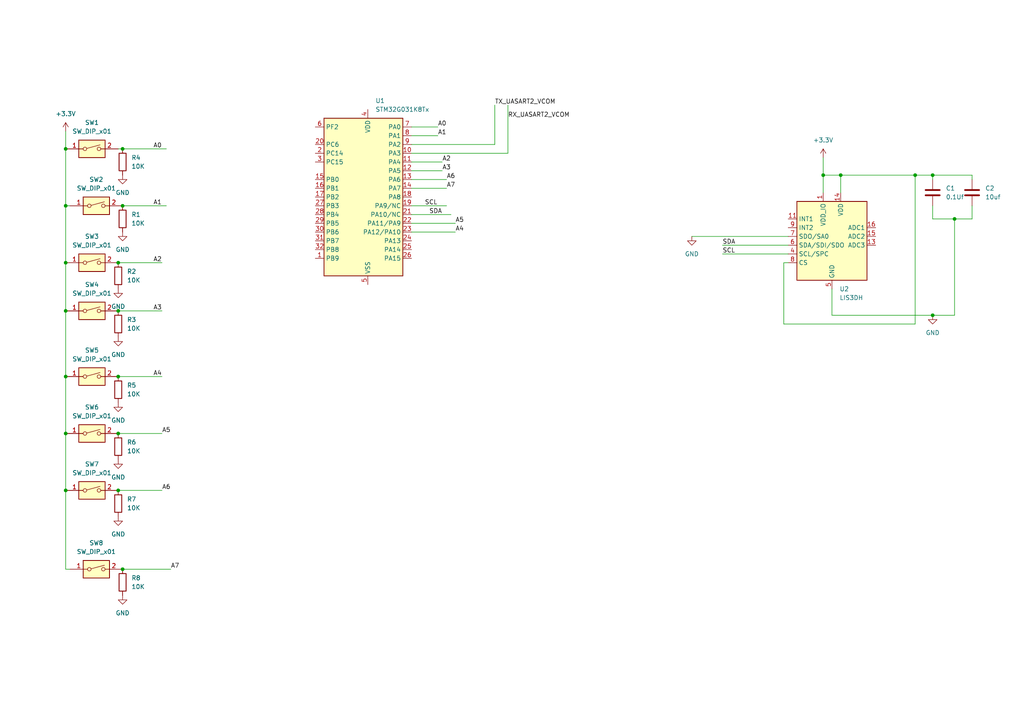
<source format=kicad_sch>
(kicad_sch (version 20230121) (generator eeschema)
  (paper "A4")
  (title_block (title "STM32 Firsst Board") (date "2024-02-26") (rev "0.0.1") (company "NAIT") (comment 1 "Brandon Carpenter"))
  (lib_symbols
    (symbol "Device:C" (pin_numbers hide) (pin_names (offset 0.254))
      (property "Reference" "C" (at 0.635 2.54 0))
      (property "Value" "C" (at 0.635 -2.54 0))
      (symbol "C_0_1"
        (polyline (pts (xy -2.032 -0.762) (xy 2.032 -0.762)) (stroke (width 0.508)))
        (polyline (pts (xy -2.032 0.762) (xy 2.032 0.762)) (stroke (width 0.508)))
      )
      (symbol "C_1_1"
        (pin passive line (at 0 3.81 270) (length 2.794) (name "~") (number "1"))
        (pin passive line (at 0 -3.81 90) (length 2.794) (name "~") (number "2"))
      )
    )
    (symbol "Device:R" (pin_numbers hide) (pin_names (offset 0))
      (property "Reference" "R" (at 2.032 0 90))
      (property "Value" "R" (at 0 0 90))
      (symbol "R_0_1"
        (rectangle (start -1.016 -2.54) (end 1.016 2.54) (stroke (width 0.254)))
      )
      (symbol "R_1_1"
        (pin passive line (at 0 3.81 270) (length 1.27) (name "~") (number "1"))
        (pin passive line (at 0 -3.81 90) (length 1.27) (name "~") (number "2"))
      )
    )
    (symbol "MCU_ST_STM32G0:STM32G031K8Tx"
      (property "Reference" "U" (at -10.16 24.13 0))
      (property "Value" "STM32G031K8Tx" (at 5.08 24.13 0))
      (symbol "STM32G031K8Tx_0_1"
        (rectangle (start -10.16 -22.86) (end 12.7 22.86) (stroke (width 0.254)) (fill (type background)))
      )
      (symbol "STM32G031K8Tx_1_1"
        (pin bidirectional line (at -12.7 -17.78 0) (length 2.54) (name "PB9") (number "1"))
        (pin bidirectional line (at 15.24 12.7 180) (length 2.54) (name "PA3") (number "10"))
        (pin bidirectional line (at 15.24 10.16 180) (length 2.54) (name "PA4") (number "11"))
        (pin bidirectional line (at 15.24 7.62 180) (length 2.54) (name "PA5") (number "12"))
        (pin bidirectional line (at 15.24 5.08 180) (length 2.54) (name "PA6") (number "13"))
        (pin bidirectional line (at 15.24 2.54 180) (length 2.54) (name "PA7") (number "14"))
        (pin bidirectional line (at -12.7 5.08 0) (length 2.54) (name "PB0") (number "15"))
        (pin bidirectional line (at -12.7 2.54 0) (length 2.54) (name "PB1") (number "16"))
        (pin bidirectional line (at -12.7 0 0) (length 2.54) (name "PB2") (number "17"))
        (pin bidirectional line (at 15.24 0 180) (length 2.54) (name "PA8") (number "18"))
        (pin bidirectional line (at 15.24 -2.54 180) (length 2.54) (name "PA9/NC") (number "19"))
        (pin bidirectional line (at -12.7 12.7 0) (length 2.54) (name "PC14") (number "2"))
        (pin bidirectional line (at -12.7 15.24 0) (length 2.54) (name "PC6") (number "20"))
        (pin bidirectional line (at 15.24 -5.08 180) (length 2.54) (name "PA10/NC") (number "21"))
        (pin bidirectional line (at 15.24 -7.62 180) (length 2.54) (name "PA11/PA9") (number "22"))
        (pin bidirectional line (at 15.24 -10.16 180) (length 2.54) (name "PA12/PA10") (number "23"))
        (pin bidirectional line (at 15.24 -12.7 180) (length 2.54) (name "PA13") (number "24"))
        (pin bidirectional line (at 15.24 -15.24 180) (length 2.54) (name "PA14") (number "25"))
        (pin bidirectional line (at 15.24 -17.78 180) (length 2.54) (name "PA15") (number "26"))
        (pin bidirectional line (at -12.7 -2.54 0) (length 2.54) (name "PB3") (number "27"))
        (pin bidirectional line (at -12.7 -5.08 0) (length 2.54) (name "PB4") (number "28"))
        (pin bidirectional line (at -12.7 -7.62 0) (length 2.54) (name "PB5") (number "29"))
        (pin bidirectional line (at -12.7 10.16 0) (length 2.54) (name "PC15") (number "3"))
        (pin bidirectional line (at -12.7 -10.16 0) (length 2.54) (name "PB6") (number "30"))
        (pin bidirectional line (at -12.7 -12.7 0) (length 2.54) (name "PB7") (number "31"))
        (pin bidirectional line (at -12.7 -15.24 0) (length 2.54) (name "PB8") (number "32"))
        (pin power_in line (at 2.54 25.4 270) (length 2.54) (name "VDD") (number "4"))
        (pin power_in line (at 2.54 -25.4 90) (length 2.54) (name "VSS") (number "5"))
        (pin bidirectional line (at -12.7 20.32 0) (length 2.54) (name "PF2") (number "6"))
        (pin bidirectional line (at 15.24 20.32 180) (length 2.54) (name "PA0") (number "7"))
        (pin bidirectional line (at 15.24 17.78 180) (length 2.54) (name "PA1") (number "8"))
        (pin bidirectional line (at 15.24 15.24 180) (length 2.54) (name "PA2") (number "9"))
      )
    )
    (symbol "Sensor_Motion:LIS3DH"
      (property "Reference" "U" (at -7.62 11.43 0))
      (property "Value" "LIS3DH" (at 6.35 11.43 0))
      (symbol "LIS3DH_0_1"
        (rectangle (start -10.16 10.16) (end 10.16 -12.7) (stroke (width 0.254)) (fill (type background)))
      )
      (symbol "LIS3DH_1_1"
        (pin power_in line (at -2.54 12.7 270) (length 2.54) (name "VDD_IO") (number "1"))
        (pin passive line (at 0 -15.24 90) (length 2.54) hide (name "GND") (number "10"))
        (pin output line (at -12.7 5.08 0) (length 2.54) (name "INT1") (number "11"))
        (pin passive line (at 0 -15.24 90) (length 2.54) hide (name "GND") (number "12"))
        (pin input line (at 12.7 -2.54 180) (length 2.54) (name "ADC3") (number "13"))
        (pin power_in line (at 2.54 12.7 270) (length 2.54) (name "VDD") (number "14"))
        (pin input line (at 12.7 0 180) (length 2.54) (name "ADC2") (number "15"))
        (pin input line (at 12.7 2.54 180) (length 2.54) (name "ADC1") (number "16"))
        (pin no_connect line (at 10.16 5.08 180) (length 2.54) hide (name "NC") (number "2"))
        (pin no_connect line (at 10.16 7.62 180) (length 2.54) hide (name "NC") (number "3"))
        (pin input line (at -12.7 -5.08 0) (length 2.54) (name "SCL/SPC") (number "4"))
        (pin power_in line (at 0 -15.24 90) (length 2.54) (name "GND") (number "5"))
        (pin bidirectional line (at -12.7 -2.54 0) (length 2.54) (name "SDA/SDI/SDO") (number "6"))
        (pin bidirectional line (at -12.7 0 0) (length 2.54) (name "SDO/SA0") (number "7"))
        (pin input line (at -12.7 -7.62 0) (length 2.54) (name "CS") (number "8"))
        (pin output line (at -12.7 2.54 0) (length 2.54) (name "INT2") (number "9"))
      )
    )
    (symbol "Switch:SW_DIP_x01" (pin_names (offset 0) hide)
      (property "Reference" "SW" (at 0 3.81 0))
      (property "Value" "SW_DIP_x01" (at 0 -3.81 0))
      (symbol "SW_DIP_x01_0_0"
        (circle (center -2.032 0) (radius 0.508))
        (polyline (pts (xy -1.524 0.127) (xy 2.3622 1.1684)))
        (circle (center 2.032 0) (radius 0.508))
      )
      (symbol "SW_DIP_x01_0_1"
        (rectangle (start -3.81 2.54) (end 3.81 -2.54) (stroke (width 0.254)) (fill (type background)))
      )
      (symbol "SW_DIP_x01_1_1"
        (pin passive line (at -7.62 0 0) (length 5.08) (name "~") (number "1"))
        (pin passive line (at 7.62 0 180) (length 5.08) (name "~") (number "2"))
      )
    )
    (symbol "power:+3.3V" (power) (pin_names (offset 0))
      (property "Value" "+3.3V" (at 0 3.556 0))
      (symbol "+3.3V_0_1"
        (polyline (pts (xy -0.762 1.27) (xy 0 2.54)))
        (polyline (pts (xy 0 0) (xy 0 2.54)))
        (polyline (pts (xy 0 2.54) (xy 0.762 1.27)))
      )
      (symbol "+3.3V_1_1"
        (pin power_in line (at 0 0 90) (length 0) hide (name "+3.3V") (number "1"))
      )
    )
    (symbol "power:GND" (power) (pin_names (offset 0))
      (property "Value" "GND" (at 0 -3.81 0))
      (symbol "GND_0_1"
        (polyline (pts (xy 0 0) (xy 0 -1.27) (xy 1.27 -1.27) (xy 0 -2.54) (xy -1.27 -1.27) (xy 0 -1.27)))
      )
      (symbol "GND_1_1"
        (pin power_in line (at 0 0 270) (length 0) hide (name "GND") (number "1"))
      )
    )
  )
  (junction (at 34.29 125.73))
  (junction (at 19.05 125.73))
  (junction (at 19.05 76.2))
  (junction (at 19.05 109.22))
  (junction (at 35.56 59.69))
  (junction (at 270.51 50.8))
  (junction (at 34.29 90.17))
  (junction (at 34.29 109.22))
  (junction (at 34.29 76.2))
  (junction (at 270.51 91.44))
  (junction (at 34.29 142.24))
  (junction (at 35.56 165.1))
  (junction (at 243.84 50.8))
  (junction (at 19.05 90.17))
  (junction (at 265.43 50.8))
  (junction (at 35.56 43.18))
  (junction (at 19.05 142.24))
  (junction (at 19.05 43.18))
  (junction (at 19.05 59.69))
  (junction (at 238.76 50.8))
  (junction (at 276.86 63.5))
  (wire (pts (xy 270.51 50.8) (xy 281.94 50.8)))
  (wire (pts (xy 227.33 93.98) (xy 227.33 76.2)))
  (wire (pts (xy 119.38 64.77) (xy 132.08 64.77)))
  (wire (pts (xy 19.05 43.18) (xy 19.05 59.69)))
  (wire (pts (xy 34.29 43.18) (xy 35.56 43.18)))
  (wire (pts (xy 270.51 63.5) (xy 276.86 63.5)))
  (wire (pts (xy 34.29 76.2) (xy 46.99 76.2)))
  (wire (pts (xy 119.38 52.07) (xy 129.54 52.07)))
  (wire (pts (xy 241.3 91.44) (xy 241.3 83.82)))
  (wire (pts (xy 209.55 73.66) (xy 228.6 73.66)))
  (wire (pts (xy 143.51 30.48) (xy 143.51 41.91)))
  (wire (pts (xy 243.84 50.8) (xy 265.43 50.8)))
  (wire (pts (xy 265.43 50.8) (xy 270.51 50.8)))
  (wire (pts (xy 119.38 41.91) (xy 143.51 41.91)))
  (wire (pts (xy 270.51 59.69) (xy 270.51 63.5)))
  (wire (pts (xy 35.56 59.69) (xy 48.26 59.69)))
  (wire (pts (xy 34.29 109.22) (xy 46.99 109.22)))
  (wire (pts (xy 34.29 125.73) (xy 46.99 125.73)))
  (wire (pts (xy 119.38 59.69) (xy 129.54 59.69)))
  (wire (pts (xy 19.05 38.1) (xy 19.05 43.18)))
  (wire (pts (xy 19.05 59.69) (xy 19.05 76.2)))
  (wire (pts (xy 119.38 44.45) (xy 147.32 44.45)))
  (wire (pts (xy 281.94 50.8) (xy 281.94 52.07)))
  (wire (pts (xy 119.38 39.37) (xy 127 39.37)))
  (wire (pts (xy 19.05 142.24) (xy 19.05 165.1)))
  (wire (pts (xy 281.94 63.5) (xy 276.86 63.5)))
  (wire (pts (xy 119.38 54.61) (xy 129.54 54.61)))
  (wire (pts (xy 200.66 68.58) (xy 228.6 68.58)))
  (wire (pts (xy 243.84 50.8) (xy 238.76 50.8)))
  (wire (pts (xy 20.32 165.1) (xy 19.05 165.1)))
  (wire (pts (xy 19.05 109.22) (xy 19.05 125.73)))
  (wire (pts (xy 34.29 90.17) (xy 46.99 90.17)))
  (wire (pts (xy 227.33 76.2) (xy 228.6 76.2)))
  (wire (pts (xy 119.38 49.53) (xy 128.27 49.53)))
  (wire (pts (xy 238.76 50.8) (xy 238.76 55.88)))
  (wire (pts (xy 35.56 165.1) (xy 49.53 165.1)))
  (wire (pts (xy 19.05 90.17) (xy 19.05 109.22)))
  (wire (pts (xy 281.94 59.69) (xy 281.94 63.5)))
  (wire (pts (xy 238.76 45.72) (xy 238.76 50.8)))
  (wire (pts (xy 119.38 62.23) (xy 130.81 62.23)))
  (wire (pts (xy 119.38 46.99) (xy 128.27 46.99)))
  (wire (pts (xy 265.43 50.8) (xy 265.43 93.98)))
  (wire (pts (xy 227.33 93.98) (xy 265.43 93.98)))
  (wire (pts (xy 209.55 71.12) (xy 228.6 71.12)))
  (wire (pts (xy 270.51 91.44) (xy 241.3 91.44)))
  (wire (pts (xy 20.32 59.69) (xy 19.05 59.69)))
  (wire (pts (xy 34.29 142.24) (xy 46.99 142.24)))
  (wire (pts (xy 276.86 91.44) (xy 270.51 91.44)))
  (wire (pts (xy 276.86 63.5) (xy 276.86 91.44)))
  (wire (pts (xy 19.05 76.2) (xy 19.05 90.17)))
  (wire (pts (xy 19.05 125.73) (xy 19.05 142.24)))
  (wire (pts (xy 35.56 43.18) (xy 48.26 43.18)))
  (wire (pts (xy 119.38 67.31) (xy 132.08 67.31)))
  (wire (pts (xy 243.84 50.8) (xy 243.84 55.88)))
  (wire (pts (xy 147.32 30.48) (xy 147.32 44.45)))
  (wire (pts (xy 119.38 36.83) (xy 127 36.83)))
  (wire (pts (xy 270.51 50.8) (xy 270.51 52.07)))
  (label "A5" (at 132.08 64.77 0))
  (label "A6" (at 129.54 52.07 0))
  (label "SCL" (at 123.19 59.69 0))
  (label "A4" (at 44.45 109.22 0))
  (label "A7" (at 49.53 165.1 0))
  (label "A2" (at 44.45 76.2 0))
  (label "A0" (at 44.45 43.18 0))
  (label "A0" (at 127 36.83 0))
  (label "A2" (at 128.27 46.99 0))
  (label "A4" (at 132.08 67.31 0))
  (label "A1" (at 44.45 59.69 0))
  (label "A5" (at 46.99 125.73 0))
  (label "TX_UASART2_VCOM" (at 143.51 30.48 0))
  (label "A3" (at 128.27 49.53 0))
  (label "SDA" (at 209.55 71.12 0))
  (label "A1" (at 127 39.37 0))
  (label "A6" (at 46.99 142.24 0))
  (label "RX_UASART2_VCOM" (at 147.32 34.29 0))
  (label "SCL" (at 209.55 73.66 0))
  (label "SDA" (at 124.46 62.23 0))
  (label "A3" (at 44.45 90.17 0))
  (label "A7" (at 129.54 54.61 0))
  (symbol (lib_id "Switch:SW_DIP_x01") (at 26.67 125.73 0) (unit 1)
    (property "Reference" "SW6" (at 26.67 118.11 0))
    (property "Value" "SW_DIP_x01" (at 26.67 120.65 0))
  )
  (symbol (lib_id "Switch:SW_DIP_x01") (at 26.67 109.22 0) (unit 1)
    (property "Reference" "SW5" (at 26.67 101.6 0))
    (property "Value" "SW_DIP_x01" (at 26.67 104.14 0))
  )
  (symbol (lib_id "power:GND") (at 270.51 91.44 0) (unit 1)
    (property "Reference" "#PWR03" (effects hide))
    (property "Value" "GND" (at 270.51 96.52 0))
  )
  (symbol (lib_id "power:GND") (at 35.56 172.72 0) (unit 1)
    (property "Reference" "#PWR012" (effects hide))
    (property "Value" "GND" (at 35.56 177.8 0))
  )
  (symbol (lib_id "Switch:SW_DIP_x01") (at 26.67 142.24 0) (unit 1)
    (property "Reference" "SW7" (at 26.67 134.62 0))
    (property "Value" "SW_DIP_x01" (at 26.67 137.16 0))
  )
  (symbol (lib_id "power:GND") (at 34.29 133.35 0) (unit 1)
    (property "Reference" "#PWR010" (effects hide))
    (property "Value" "GND" (at 34.29 138.43 0))
  )
  (symbol (lib_id "Switch:SW_DIP_x01") (at 27.94 165.1 0) (unit 1)
    (property "Reference" "SW8" (at 27.94 157.48 0))
    (property "Value" "SW_DIP_x01" (at 27.94 160.02 0))
  )
  (symbol (lib_id "Device:R") (at 34.29 146.05 0) (unit 1)
    (property "Reference" "R7" (at 36.83 144.78 0) (effects (justify left)))
    (property "Value" "10K" (at 36.83 147.32 0) (effects (justify left)))
  )
  (symbol (lib_id "Device:C") (at 281.94 55.88 0) (unit 1)
    (property "Reference" "C2" (at 285.75 54.61 0) (effects (justify left)))
    (property "Value" "10uf" (at 285.75 57.15 0) (effects (justify left)))
  )
  (symbol (lib_id "power:GND") (at 34.29 83.82 0) (unit 1)
    (property "Reference" "#PWR07" (effects hide))
    (property "Value" "GND" (at 34.29 88.9 0))
  )
  (symbol (lib_id "Switch:SW_DIP_x01") (at 26.67 76.2 0) (unit 1)
    (property "Reference" "SW3" (at 26.67 68.58 0))
    (property "Value" "SW_DIP_x01" (at 26.67 71.12 0))
  )
  (symbol (lib_id "Sensor_Motion:LIS3DH") (at 241.3 68.58 0) (unit 1)
    (property "Reference" "U2" (at 243.4941 83.82 0) (effects (justify left)))
    (property "Value" "LIS3DH" (at 243.4941 86.36 0) (effects (justify left)))
    (property "Footprint" "Package_LGA:LGA-16_3x3mm_P0.5mm_LayoutBorder3x5y" (effects hide))
    (property "Datasheet" "https://www.st.com/resource/en/datasheet/cd00274221.pdf" (effects hide))
  )
  (symbol (lib_id "Switch:SW_DIP_x01") (at 26.67 90.17 0) (unit 1)
    (property "Reference" "SW4" (at 26.67 82.55 0))
    (property "Value" "SW_DIP_x01" (at 26.67 85.09 0))
  )
  (symbol (lib_id "Device:R") (at 34.29 80.01 0) (unit 1)
    (property "Reference" "R2" (at 36.83 78.74 0) (effects (justify left)))
    (property "Value" "10K" (at 36.83 81.28 0) (effects (justify left)))
  )
  (symbol (lib_id "power:+3.3V") (at 19.05 38.1 0) (unit 1)
    (property "Reference" "#PWR05" (effects hide))
    (property "Value" "+3.3V" (at 19.05 33.02 0))
  )
  (symbol (lib_id "Device:R") (at 35.56 63.5 0) (unit 1)
    (property "Reference" "R1" (at 38.1 62.23 0) (effects (justify left)))
    (property "Value" "10K" (at 38.1 64.77 0) (effects (justify left)))
  )
  (symbol (lib_id "Device:R") (at 34.29 93.98 0) (unit 1)
    (property "Reference" "R3" (at 36.83 92.71 0) (effects (justify left)))
    (property "Value" "10K" (at 36.83 95.25 0) (effects (justify left)))
  )
  (symbol (lib_id "power:+3.3V") (at 238.76 45.72 0) (unit 1)
    (property "Reference" "#PWR01" (effects hide))
    (property "Value" "+3.3V" (at 238.76 40.64 0))
  )
  (symbol (lib_id "power:GND") (at 35.56 50.8 0) (unit 1)
    (property "Reference" "#PWR04" (effects hide))
    (property "Value" "GND" (at 35.56 55.88 0))
  )
  (symbol (lib_id "Device:R") (at 34.29 129.54 0) (unit 1)
    (property "Reference" "R6" (at 36.83 128.27 0) (effects (justify left)))
    (property "Value" "10K" (at 36.83 130.81 0) (effects (justify left)))
  )
  (symbol (lib_id "Device:R") (at 35.56 46.99 0) (unit 1)
    (property "Reference" "R4" (at 38.1 45.72 0) (effects (justify left)))
    (property "Value" "10K" (at 38.1 48.26 0) (effects (justify left)))
  )
  (symbol (lib_id "Device:C") (at 270.51 55.88 0) (unit 1)
    (property "Reference" "C1" (at 274.32 54.61 0) (effects (justify left)))
    (property "Value" "0.1Uf" (at 274.32 57.15 0) (effects (justify left)))
  )
  (symbol (lib_id "Device:R") (at 34.29 113.03 0) (unit 1)
    (property "Reference" "R5" (at 36.83 111.76 0) (effects (justify left)))
    (property "Value" "10K" (at 36.83 114.3 0) (effects (justify left)))
  )
  (symbol (lib_id "power:GND") (at 35.56 67.31 0) (unit 1)
    (property "Reference" "#PWR06" (effects hide))
    (property "Value" "GND" (at 35.56 72.39 0))
  )
  (symbol (lib_id "power:GND") (at 34.29 97.79 0) (unit 1)
    (property "Reference" "#PWR08" (effects hide))
    (property "Value" "GND" (at 34.29 102.87 0))
  )
  (symbol (lib_id "Switch:SW_DIP_x01") (at 26.67 43.18 0) (unit 1)
    (property "Reference" "SW1" (at 26.67 35.56 0))
    (property "Value" "SW_DIP_x01" (at 26.67 38.1 0))
  )
  (symbol (lib_id "power:GND") (at 200.66 68.58 0) (unit 1)
    (property "Reference" "#PWR02" (effects hide))
    (property "Value" "GND" (at 200.66 73.66 0))
  )
  (symbol (lib_id "Switch:SW_DIP_x01") (at 27.94 59.69 0) (unit 1)
    (property "Reference" "SW2" (at 27.94 52.07 0))
    (property "Value" "SW_DIP_x01" (at 27.94 54.61 0))
  )
  (symbol (lib_id "power:GND") (at 34.29 116.84 0) (unit 1)
    (property "Reference" "#PWR09" (effects hide))
    (property "Value" "GND" (at 34.29 121.92 0))
  )
  (symbol (lib_id "MCU_ST_STM32G0:STM32G031K8Tx") (at 104.14 57.15 0) (unit 1)
    (property "Reference" "U1" (at 108.8741 29.21 0) (effects (justify left)))
    (property "Value" "STM32G031K8Tx" (at 108.8741 31.75 0) (effects (justify left)))
    (property "Footprint" "Package_QFP:LQFP-32_7x7mm_P0.8mm" (effects hide))
    (property "Datasheet" "https://www.st.com/resource/en/datasheet/stm32g031k8.pdf" (effects hide))
  )
  (symbol (lib_id "power:GND") (at 34.29 149.86 0) (unit 1)
    (property "Reference" "#PWR011" (effects hide))
    (property "Value" "GND" (at 34.29 154.94 0))
  )
  (symbol (lib_id "Device:R") (at 35.56 168.91 0) (unit 1)
    (property "Reference" "R8" (at 38.1 167.64 0) (effects (justify left)))
    (property "Value" "10K" (at 38.1 170.18 0) (effects (justify left)))
  )
)
</source>
